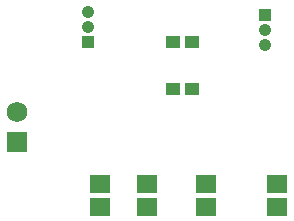
<source format=gts>
G04*
G04 #@! TF.GenerationSoftware,Altium Limited,Altium Designer,25.2.1 (25)*
G04*
G04 Layer_Color=8388736*
%FSLAX44Y44*%
%MOMM*%
G71*
G04*
G04 #@! TF.SameCoordinates,E59C81FF-183B-4B4C-A30A-65E7F72278B8*
G04*
G04*
G04 #@! TF.FilePolarity,Negative*
G04*
G01*
G75*
%ADD12R,1.2065X1.0582*%
%ADD14R,1.7532X1.5532*%
%ADD15C,1.7532*%
%ADD16R,1.7532X1.7532*%
%ADD17R,1.0500X1.0500*%
%ADD18C,1.0500*%
D12*
X178259Y170000D02*
D03*
X161741D02*
D03*
Y210000D02*
D03*
X178259D02*
D03*
D14*
X250000Y89750D02*
D03*
Y70250D02*
D03*
X190000Y89750D02*
D03*
Y70250D02*
D03*
X140000Y89750D02*
D03*
Y70250D02*
D03*
X100000Y89750D02*
D03*
Y70250D02*
D03*
D15*
X30000Y150000D02*
D03*
D16*
Y124600D02*
D03*
D17*
X240000Y232700D02*
D03*
X90000Y210000D02*
D03*
D18*
X240000Y220000D02*
D03*
Y207300D02*
D03*
X90000Y222700D02*
D03*
Y235400D02*
D03*
M02*

</source>
